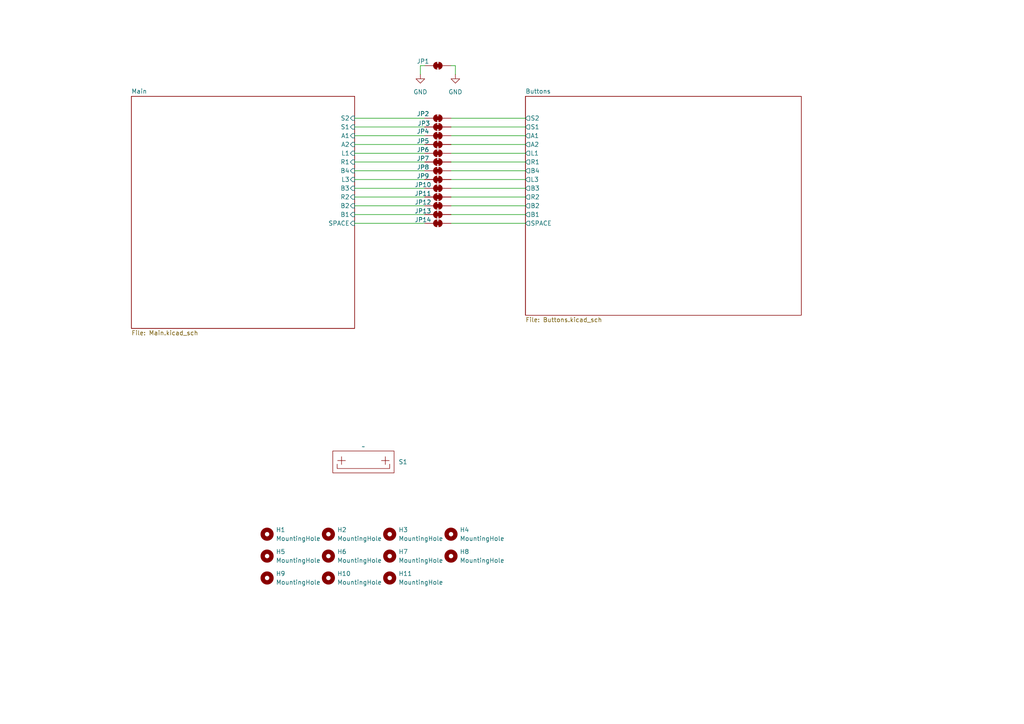
<source format=kicad_sch>
(kicad_sch (version 20231120) (generator "eeschema") (generator_version "8.0")
  (paper "A4")
  (lib_symbols
    (symbol "Jumper:SolderJumper_2_Bridged" (pin_numbers hide) (pin_names (offset 0) hide) (exclude_from_sim yes) (in_bom no)
      (property "Reference" "JP" (at 0 2.032 0))
      (property "Value" "SolderJumper_2_Bridged" (at 0 -2.54 0))
      (symbol "SolderJumper_2_Bridged_0_1"
        (rectangle (start -0.508 0.508) (end 0.508 -0.508) (fill (type outline)))
        (arc (start -0.254 1.016) (mid -1.2656 0) (end -0.254 -1.016))
        (arc (start -0.254 1.016) (mid -1.2656 0) (end -0.254 -1.016) (fill (type outline)))
        (polyline (pts (xy -0.254 1.016) (xy -0.254 -1.016)))
        (polyline (pts (xy 0.254 1.016) (xy 0.254 -1.016)))
        (arc (start 0.254 -1.016) (mid 1.2656 0) (end 0.254 1.016))
        (arc (start 0.254 -1.016) (mid 1.2656 0) (end 0.254 1.016) (fill (type outline)))
      )
      (symbol "SolderJumper_2_Bridged_1_1"
        (pin passive line (at -3.81 0 0) (length 2.54) (name "A") (number "1"))
        (pin passive line (at 3.81 0 180) (length 2.54) (name "B") (number "2"))
      )
    )
    (symbol "Keyboard:Stabilizer_MX_2u" (in_bom no)
      (property "Reference" "S" (at 0 0 0))
      (symbol "Stabilizer_MX_2u_0_1"
        (rectangle (start -8.89 -1.27) (end 8.89 -7.62))
      )
      (symbol "Stabilizer_MX_2u_1_1"
        (polyline (pts (xy -7.62 -5.08) (xy -7.62 -6.35) (xy 7.62 -6.35) (xy 7.62 -5.08)))
        (text "+" (at -6.35 -3.81 0) (effects (font (size 3 3))))
        (text "+" (at 6.35 -3.81 0) (effects (font (size 3 3))))
      )
    )
    (symbol "Mechanical:MountingHole" (pin_names (offset 1.016)) (exclude_from_sim yes) (in_bom no)
      (property "Reference" "H" (at 0 5.08 0))
      (property "Value" "MountingHole" (at 0 3.175 0))
      (symbol "MountingHole_0_1"
        (circle (center 0 0) (radius 1.27) (stroke (width 1.27)))
      )
    )
    (symbol "power:GND" (power) (pin_numbers hide) (pin_names (offset 0) hide)
      (property "Value" "GND" (at 0 -3.81 0))
      (symbol "GND_0_1"
        (polyline (pts (xy 0 0) (xy 0 -1.27) (xy 1.27 -1.27) (xy 0 -2.54) (xy -1.27 -1.27) (xy 0 -1.27)))
      )
      (symbol "GND_1_1"
        (pin power_in line (at 0 0 270) (length 0) (name "~") (number "1"))
      )
    )
  )
  (wire (pts (xy 102.87 41.91) (xy 123.19 41.91)))
  (wire (pts (xy 130.81 36.83) (xy 152.4 36.83)))
  (wire (pts (xy 132.08 21.59) (xy 132.08 19.05)))
  (wire (pts (xy 130.81 34.29) (xy 152.4 34.29)))
  (wire (pts (xy 102.87 44.45) (xy 123.19 44.45)))
  (wire (pts (xy 102.87 59.69) (xy 123.19 59.69)))
  (wire (pts (xy 102.87 46.99) (xy 123.19 46.99)))
  (wire (pts (xy 130.81 39.37) (xy 152.4 39.37)))
  (wire (pts (xy 130.81 59.69) (xy 152.4 59.69)))
  (wire (pts (xy 130.81 54.61) (xy 152.4 54.61)))
  (wire (pts (xy 102.87 54.61) (xy 123.19 54.61)))
  (wire (pts (xy 130.81 46.99) (xy 152.4 46.99)))
  (wire (pts (xy 102.87 62.23) (xy 123.19 62.23)))
  (wire (pts (xy 102.87 36.83) (xy 123.19 36.83)))
  (wire (pts (xy 130.81 52.07) (xy 152.4 52.07)))
  (wire (pts (xy 130.81 64.77) (xy 152.4 64.77)))
  (wire (pts (xy 102.87 39.37) (xy 123.19 39.37)))
  (wire (pts (xy 123.19 19.05) (xy 121.92 19.05)))
  (wire (pts (xy 130.81 57.15) (xy 152.4 57.15)))
  (wire (pts (xy 102.87 34.29) (xy 123.19 34.29)))
  (wire (pts (xy 130.81 49.53) (xy 152.4 49.53)))
  (wire (pts (xy 102.87 57.15) (xy 123.19 57.15)))
  (wire (pts (xy 102.87 64.77) (xy 123.19 64.77)))
  (wire (pts (xy 130.81 41.91) (xy 152.4 41.91)))
  (wire (pts (xy 130.81 44.45) (xy 152.4 44.45)))
  (wire (pts (xy 102.87 49.53) (xy 123.19 49.53)))
  (wire (pts (xy 130.81 62.23) (xy 152.4 62.23)))
  (wire (pts (xy 121.92 19.05) (xy 121.92 21.59)))
  (wire (pts (xy 132.08 19.05) (xy 130.81 19.05)))
  (wire (pts (xy 102.87 52.07) (xy 123.19 52.07)))
  (symbol (lib_id "Mechanical:MountingHole") (at 77.47 167.64 0) (unit 1) (exclude_from_sim yes) (in_bom no)
    (property "Reference" "H9" (at 80.01 166.3699 0) (effects (justify left)))
    (property "Value" "MountingHole" (at 80.01 168.9099 0) (effects (justify left)))
    (property "Footprint" "MountingHole:MountingHole_3.2mm_M3" (effects (hide yes)))
    (property "Description" "Mounting Hole without connection" (effects (hide yes)))
  )
  (symbol (lib_id "Mechanical:MountingHole") (at 113.03 161.29 0) (unit 1) (exclude_from_sim yes) (in_bom no)
    (property "Reference" "H7" (at 115.57 160.0199 0) (effects (justify left)))
    (property "Value" "MountingHole" (at 115.57 162.5599 0) (effects (justify left)))
    (property "Footprint" "MountingHole:MountingHole_3.2mm_M3" (effects (hide yes)))
    (property "Description" "Mounting Hole without connection" (effects (hide yes)))
  )
  (symbol (lib_id "Jumper:SolderJumper_2_Bridged") (at 127 44.45 0) (unit 1) (exclude_from_sim yes) (in_bom no)
    (property "Reference" "JP6" (at 122.682 43.434 0))
    (property "Value" "SolderJumper_2_Bridged" (effects (hide yes)))
    (property "Footprint" "Fightstick_Library:EdgeSolderJumper-2_P1.3mm_Bridged_RoundedPad1.0x1.5mm" (effects (hide yes)))
    (property "Description" "Solder Jumper, 2-pole, closed/bridged" (effects (hide yes)))
  )
  (symbol (lib_id "Mechanical:MountingHole") (at 95.25 161.29 0) (unit 1) (exclude_from_sim yes) (in_bom no)
    (property "Reference" "H6" (at 97.79 160.0199 0) (effects (justify left)))
    (property "Value" "MountingHole" (at 97.79 162.5599 0) (effects (justify left)))
    (property "Footprint" "MountingHole:MountingHole_3.2mm_M3" (effects (hide yes)))
    (property "Description" "Mounting Hole without connection" (effects (hide yes)))
  )
  (symbol (lib_id "Jumper:SolderJumper_2_Bridged") (at 127 36.83 0) (unit 1) (exclude_from_sim yes) (in_bom no)
    (property "Reference" "JP3" (at 122.936 35.814 0))
    (property "Value" "SolderJumper_2_Bridged" (effects (hide yes)))
    (property "Footprint" "Fightstick_Library:EdgeSolderJumper-2_P1.3mm_Bridged_RoundedPad1.0x1.5mm" (effects (hide yes)))
    (property "Description" "Solder Jumper, 2-pole, closed/bridged" (effects (hide yes)))
  )
  (symbol (lib_id "Mechanical:MountingHole") (at 77.47 161.29 0) (unit 1) (exclude_from_sim yes) (in_bom no)
    (property "Reference" "H5" (at 80.01 160.0199 0) (effects (justify left)))
    (property "Value" "MountingHole" (at 80.01 162.5599 0) (effects (justify left)))
    (property "Footprint" "MountingHole:MountingHole_3.2mm_M3" (effects (hide yes)))
    (property "Description" "Mounting Hole without connection" (effects (hide yes)))
  )
  (symbol (lib_id "Jumper:SolderJumper_2_Bridged") (at 127 59.69 0) (unit 1) (exclude_from_sim yes) (in_bom no)
    (property "Reference" "JP12" (at 122.682 58.674 0))
    (property "Value" "SolderJumper_2_Bridged" (effects (hide yes)))
    (property "Footprint" "Fightstick_Library:EdgeSolderJumper-2_P1.3mm_Bridged_RoundedPad1.0x1.5mm" (effects (hide yes)))
    (property "Description" "Solder Jumper, 2-pole, closed/bridged" (effects (hide yes)))
  )
  (symbol (lib_id "Mechanical:MountingHole") (at 130.81 154.94 0) (unit 1) (exclude_from_sim yes) (in_bom no)
    (property "Reference" "H4" (at 133.35 153.6699 0) (effects (justify left)))
    (property "Value" "MountingHole" (at 133.35 156.2099 0) (effects (justify left)))
    (property "Footprint" "MountingHole:MountingHole_3.2mm_M3" (effects (hide yes)))
    (property "Description" "Mounting Hole without connection" (effects (hide yes)))
  )
  (symbol (lib_id "Jumper:SolderJumper_2_Bridged") (at 127 64.77 0) (unit 1) (exclude_from_sim yes) (in_bom no)
    (property "Reference" "JP14" (at 122.682 63.754 0))
    (property "Value" "SolderJumper_2_Bridged" (effects (hide yes)))
    (property "Footprint" "Fightstick_Library:EdgeSolderJumper-2_P1.3mm_Bridged_RoundedPad1.0x1.5mm" (effects (hide yes)))
    (property "Description" "Solder Jumper, 2-pole, closed/bridged" (effects (hide yes)))
  )
  (symbol (lib_id "Jumper:SolderJumper_2_Bridged") (at 127 41.91 0) (unit 1) (exclude_from_sim yes) (in_bom no)
    (property "Reference" "JP5" (at 122.682 40.894 0))
    (property "Value" "SolderJumper_2_Bridged" (effects (hide yes)))
    (property "Footprint" "Fightstick_Library:EdgeSolderJumper-2_P1.3mm_Bridged_RoundedPad1.0x1.5mm" (effects (hide yes)))
    (property "Description" "Solder Jumper, 2-pole, closed/bridged" (effects (hide yes)))
  )
  (symbol (lib_id "Jumper:SolderJumper_2_Bridged") (at 127 57.15 0) (unit 1) (exclude_from_sim yes) (in_bom no)
    (property "Reference" "JP11" (at 122.682 56.134 0))
    (property "Value" "SolderJumper_2_Bridged" (effects (hide yes)))
    (property "Footprint" "Fightstick_Library:EdgeSolderJumper-2_P1.3mm_Bridged_RoundedPad1.0x1.5mm" (effects (hide yes)))
    (property "Description" "Solder Jumper, 2-pole, closed/bridged" (effects (hide yes)))
  )
  (symbol (lib_id "Jumper:SolderJumper_2_Bridged") (at 127 49.53 0) (unit 1) (exclude_from_sim yes) (in_bom no)
    (property "Reference" "JP8" (at 122.682 48.514 0))
    (property "Value" "SolderJumper_2_Bridged" (effects (hide yes)))
    (property "Footprint" "Fightstick_Library:EdgeSolderJumper-2_P1.3mm_Bridged_RoundedPad1.0x1.5mm" (effects (hide yes)))
    (property "Description" "Solder Jumper, 2-pole, closed/bridged" (effects (hide yes)))
  )
  (symbol (lib_id "Jumper:SolderJumper_2_Bridged") (at 127 46.99 0) (unit 1) (exclude_from_sim yes) (in_bom no)
    (property "Reference" "JP7" (at 122.682 45.974 0))
    (property "Value" "SolderJumper_2_Bridged" (effects (hide yes)))
    (property "Footprint" "Fightstick_Library:EdgeSolderJumper-2_P1.3mm_Bridged_RoundedPad1.0x1.5mm" (effects (hide yes)))
    (property "Description" "Solder Jumper, 2-pole, closed/bridged" (effects (hide yes)))
  )
  (symbol (lib_id "Mechanical:MountingHole") (at 95.25 154.94 0) (unit 1) (exclude_from_sim yes) (in_bom no)
    (property "Reference" "H2" (at 97.79 153.6699 0) (effects (justify left)))
    (property "Value" "MountingHole" (at 97.79 156.2099 0) (effects (justify left)))
    (property "Footprint" "MountingHole:MountingHole_3.2mm_M3" (effects (hide yes)))
    (property "Description" "Mounting Hole without connection" (effects (hide yes)))
  )
  (symbol (lib_id "Mechanical:MountingHole") (at 113.03 167.64 0) (unit 1) (exclude_from_sim yes) (in_bom no)
    (property "Reference" "H11" (at 115.57 166.3699 0) (effects (justify left)))
    (property "Value" "MountingHole" (at 115.57 168.9099 0) (effects (justify left)))
    (property "Footprint" "MountingHole:MountingHole_3.2mm_M3" (effects (hide yes)))
    (property "Description" "Mounting Hole without connection" (effects (hide yes)))
  )
  (symbol (lib_id "power:GND") (at 121.92 21.59 0) (unit 1)
    (property "Reference" "#PWR045" (effects (hide yes)))
    (property "Value" "GND" (at 121.92 26.67 0))
    (property "Description" "Power symbol creates a global label with name \"GND\" , ground" (effects (hide yes)))
  )
  (symbol (lib_id "Mechanical:MountingHole") (at 77.47 154.94 0) (unit 1) (exclude_from_sim yes) (in_bom no)
    (property "Reference" "H1" (at 80.01 153.6699 0) (effects (justify left)))
    (property "Value" "MountingHole" (at 80.01 156.2099 0) (effects (justify left)))
    (property "Footprint" "MountingHole:MountingHole_3.2mm_M3" (effects (hide yes)))
    (property "Description" "Mounting Hole without connection" (effects (hide yes)))
  )
  (symbol (lib_id "Jumper:SolderJumper_2_Bridged") (at 127 62.23 0) (unit 1) (exclude_from_sim yes) (in_bom no)
    (property "Reference" "JP13" (at 122.682 61.214 0))
    (property "Value" "SolderJumper_2_Bridged" (effects (hide yes)))
    (property "Footprint" "Fightstick_Library:EdgeSolderJumper-2_P1.3mm_Bridged_RoundedPad1.0x1.5mm" (effects (hide yes)))
    (property "Description" "Solder Jumper, 2-pole, closed/bridged" (effects (hide yes)))
  )
  (symbol (lib_id "Jumper:SolderJumper_2_Bridged") (at 127 39.37 0) (unit 1) (exclude_from_sim yes) (in_bom no)
    (property "Reference" "JP4" (at 122.682 38.1 0))
    (property "Value" "SolderJumper_2_Bridged" (effects (hide yes)))
    (property "Footprint" "Fightstick_Library:EdgeSolderJumper-2_P1.3mm_Bridged_RoundedPad1.0x1.5mm" (effects (hide yes)))
    (property "Description" "Solder Jumper, 2-pole, closed/bridged" (effects (hide yes)))
  )
  (symbol (lib_id "Jumper:SolderJumper_2_Bridged") (at 127 19.05 0) (unit 1) (exclude_from_sim yes) (in_bom no)
    (property "Reference" "JP1" (at 122.682 17.78 0))
    (property "Value" "SolderJumper_2_Bridged" (effects (hide yes)))
    (property "Footprint" "Fightstick_Library:EdgeSolderJumper-2_P1.3mm_Bridged_RoundedPad1.0x1.5mm" (effects (hide yes)))
    (property "Description" "Solder Jumper, 2-pole, closed/bridged" (effects (hide yes)))
  )
  (symbol (lib_id "power:GND") (at 132.08 21.59 0) (unit 1)
    (property "Reference" "#PWR046" (effects (hide yes)))
    (property "Value" "GND" (at 132.08 26.67 0))
    (property "Description" "Power symbol creates a global label with name \"GND\" , ground" (effects (hide yes)))
  )
  (symbol (lib_id "Keyboard:Stabilizer_MX_2u") (at 105.41 129.54 0) (unit 1) (in_bom no)
    (property "Reference" "S1" (at 115.57 133.985 0) (effects (justify left)))
    (property "Value" "~" (at 105.41 129.54 0))
    (property "Footprint" "PCM_Mounting_Keyboard_Stabilizer:Stabilizer_Cherry_MX_2.00u" (effects (hide yes)))
  )
  (symbol (lib_id "Jumper:SolderJumper_2_Bridged") (at 127 34.29 0) (unit 1) (exclude_from_sim yes) (in_bom no)
    (property "Reference" "JP2" (at 122.682 33.02 0))
    (property "Value" "SolderJumper_2_Bridged" (effects (hide yes)))
    (property "Footprint" "Fightstick_Library:EdgeSolderJumper-2_P1.3mm_Bridged_RoundedPad1.0x1.5mm" (effects (hide yes)))
    (property "Description" "Solder Jumper, 2-pole, closed/bridged" (effects (hide yes)))
  )
  (symbol (lib_id "Jumper:SolderJumper_2_Bridged") (at 127 52.07 0) (unit 1) (exclude_from_sim yes) (in_bom no)
    (property "Reference" "JP9" (at 122.682 51.054 0))
    (property "Value" "SolderJumper_2_Bridged" (effects (hide yes)))
    (property "Footprint" "Fightstick_Library:EdgeSolderJumper-2_P1.3mm_Bridged_RoundedPad1.0x1.5mm" (effects (hide yes)))
    (property "Description" "Solder Jumper, 2-pole, closed/bridged" (effects (hide yes)))
  )
  (symbol (lib_id "Mechanical:MountingHole") (at 95.25 167.64 0) (unit 1) (exclude_from_sim yes) (in_bom no)
    (property "Reference" "H10" (at 97.79 166.3699 0) (effects (justify left)))
    (property "Value" "MountingHole" (at 97.79 168.9099 0) (effects (justify left)))
    (property "Footprint" "MountingHole:MountingHole_3.2mm_M3" (effects (hide yes)))
    (property "Description" "Mounting Hole without connection" (effects (hide yes)))
  )
  (symbol (lib_id "Mechanical:MountingHole") (at 113.03 154.94 0) (unit 1) (exclude_from_sim yes) (in_bom no)
    (property "Reference" "H3" (at 115.57 153.6699 0) (effects (justify left)))
    (property "Value" "MountingHole" (at 115.57 156.2099 0) (effects (justify left)))
    (property "Footprint" "MountingHole:MountingHole_3.2mm_M3" (effects (hide yes)))
    (property "Description" "Mounting Hole without connection" (effects (hide yes)))
  )
  (symbol (lib_id "Jumper:SolderJumper_2_Bridged") (at 127 54.61 0) (unit 1) (exclude_from_sim yes) (in_bom no)
    (property "Reference" "JP10" (at 122.682 53.594 0))
    (property "Value" "SolderJumper_2_Bridged" (effects (hide yes)))
    (property "Footprint" "Fightstick_Library:EdgeSolderJumper-2_P1.3mm_Bridged_RoundedPad1.0x1.5mm" (effects (hide yes)))
    (property "Description" "Solder Jumper, 2-pole, closed/bridged" (effects (hide yes)))
  )
  (symbol (lib_id "Mechanical:MountingHole") (at 130.81 161.29 0) (unit 1) (exclude_from_sim yes) (in_bom no)
    (property "Reference" "H8" (at 133.35 160.0199 0) (effects (justify left)))
    (property "Value" "MountingHole" (at 133.35 162.5599 0) (effects (justify left)))
    (property "Footprint" "MountingHole:MountingHole_3.2mm_M3" (effects (hide yes)))
    (property "Description" "Mounting Hole without connection" (effects (hide yes)))
  )
  (sheet (at 38.1 27.94) (size 64.77 67.31) (stroke (width 0.1524))
    (property "Sheetname" "Main" (at 38.1 27.2284 0) (effects (justify left bottom)))
    (property "Sheetfile" "Main.kicad_sch" (at 38.1 95.8346 0) (effects (justify left top)))
    (pin "A2" input (at 102.87 41.91 0))
    (pin "R1" input (at 102.87 46.99 0))
    (pin "B3" input (at 102.87 54.61 0))
    (pin "L3" input (at 102.87 52.07 0))
    (pin "R2" input (at 102.87 57.15 0))
    (pin "B2" input (at 102.87 59.69 0))
    (pin "B4" input (at 102.87 49.53 0))
    (pin "B1" input (at 102.87 62.23 0))
    (pin "L1" input (at 102.87 44.45 0))
    (pin "A1" input (at 102.87 39.37 0))
    (pin "S2" input (at 102.87 34.29 0))
    (pin "S1" input (at 102.87 36.83 0))
    (pin "SPACE" input (at 102.87 64.77 0))
  )
  (sheet (at 152.4 27.94) (size 80.01 63.5) (stroke (width 0.1524))
    (property "Sheetname" "Buttons" (at 152.4 27.2284 0) (effects (justify left bottom)))
    (property "Sheetfile" "Buttons.kicad_sch" (at 152.4 92.0246 0) (effects (justify left top)))
    (pin "A2" output (at 152.4 41.91 180))
    (pin "A1" output (at 152.4 39.37 180))
    (pin "L1" output (at 152.4 44.45 180))
    (pin "B2" output (at 152.4 59.69 180))
    (pin "B4" output (at 152.4 49.53 180))
    (pin "B3" output (at 152.4 54.61 180))
    (pin "L3" output (at 152.4 52.07 180))
    (pin "B1" output (at 152.4 62.23 180))
    (pin "R1" output (at 152.4 46.99 180))
    (pin "S1" output (at 152.4 36.83 180))
    (pin "R2" output (at 152.4 57.15 180))
    (pin "S2" output (at 152.4 34.29 180))
    (pin "SPACE" output (at 152.4 64.77 180))
  )
)
</source>
